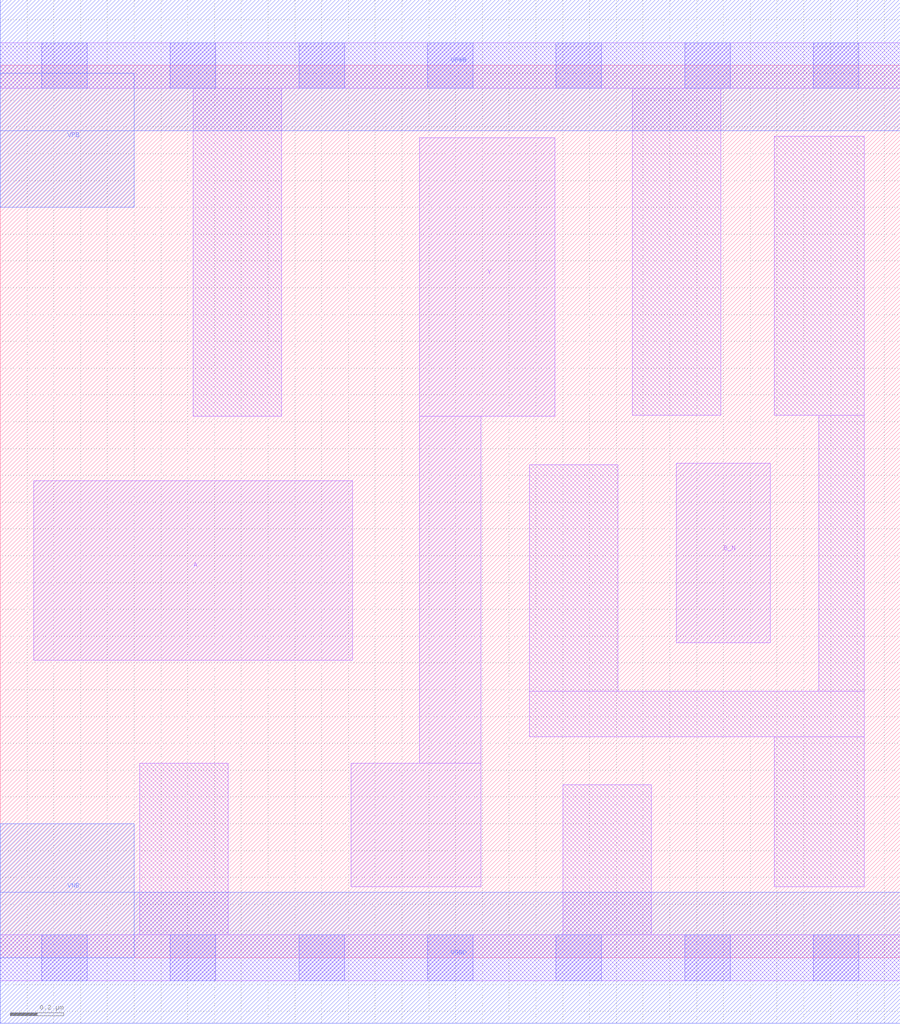
<source format=lef>
# Copyright 2020 The SkyWater PDK Authors
#
# Licensed under the Apache License, Version 2.0 (the "License");
# you may not use this file except in compliance with the License.
# You may obtain a copy of the License at
#
#     https://www.apache.org/licenses/LICENSE-2.0
#
# Unless required by applicable law or agreed to in writing, software
# distributed under the License is distributed on an "AS IS" BASIS,
# WITHOUT WARRANTIES OR CONDITIONS OF ANY KIND, either express or implied.
# See the License for the specific language governing permissions and
# limitations under the License.
#
# SPDX-License-Identifier: Apache-2.0

VERSION 5.5 ;
NAMESCASESENSITIVE ON ;
BUSBITCHARS "[]" ;
DIVIDERCHAR "/" ;
MACRO sky130_fd_sc_lp__nor2b_lp
  CLASS CORE ;
  SOURCE USER ;
  ORIGIN  0.000000  0.000000 ;
  SIZE  3.360000 BY  3.330000 ;
  SYMMETRY X Y R90 ;
  SITE unit ;
  PIN A
    ANTENNAGATEAREA  0.376000 ;
    DIRECTION INPUT ;
    USE SIGNAL ;
    PORT
      LAYER li1 ;
        RECT 0.125000 1.110000 1.315000 1.780000 ;
    END
  END A
  PIN B_N
    ANTENNAGATEAREA  0.376000 ;
    DIRECTION INPUT ;
    USE SIGNAL ;
    PORT
      LAYER li1 ;
        RECT 2.525000 1.175000 2.875000 1.845000 ;
    END
  END B_N
  PIN Y
    ANTENNADIFFAREA  0.402600 ;
    DIRECTION OUTPUT ;
    USE SIGNAL ;
    PORT
      LAYER li1 ;
        RECT 1.310000 0.265000 1.795000 0.725000 ;
        RECT 1.565000 0.725000 1.795000 2.020000 ;
        RECT 1.565000 2.020000 2.070000 3.060000 ;
    END
  END Y
  PIN VGND
    DIRECTION INOUT ;
    USE GROUND ;
    PORT
      LAYER met1 ;
        RECT 0.000000 -0.245000 3.360000 0.245000 ;
    END
  END VGND
  PIN VNB
    DIRECTION INOUT ;
    USE GROUND ;
    PORT
      LAYER met1 ;
        RECT 0.000000 0.000000 0.500000 0.500000 ;
    END
  END VNB
  PIN VPB
    DIRECTION INOUT ;
    USE POWER ;
    PORT
      LAYER met1 ;
        RECT 0.000000 2.800000 0.500000 3.300000 ;
    END
  END VPB
  PIN VPWR
    DIRECTION INOUT ;
    USE POWER ;
    PORT
      LAYER met1 ;
        RECT 0.000000 3.085000 3.360000 3.575000 ;
    END
  END VPWR
  OBS
    LAYER li1 ;
      RECT 0.000000 -0.085000 3.360000 0.085000 ;
      RECT 0.000000  3.245000 3.360000 3.415000 ;
      RECT 0.520000  0.085000 0.850000 0.725000 ;
      RECT 0.720000  2.020000 1.050000 3.245000 ;
      RECT 1.975000  0.825000 3.225000 0.995000 ;
      RECT 1.975000  0.995000 2.305000 1.840000 ;
      RECT 2.100000  0.085000 2.430000 0.645000 ;
      RECT 2.360000  2.025000 2.690000 3.245000 ;
      RECT 2.890000  0.265000 3.225000 0.825000 ;
      RECT 2.890000  2.025000 3.225000 3.065000 ;
      RECT 3.055000  0.995000 3.225000 2.025000 ;
    LAYER mcon ;
      RECT 0.155000 -0.085000 0.325000 0.085000 ;
      RECT 0.155000  3.245000 0.325000 3.415000 ;
      RECT 0.635000 -0.085000 0.805000 0.085000 ;
      RECT 0.635000  3.245000 0.805000 3.415000 ;
      RECT 1.115000 -0.085000 1.285000 0.085000 ;
      RECT 1.115000  3.245000 1.285000 3.415000 ;
      RECT 1.595000 -0.085000 1.765000 0.085000 ;
      RECT 1.595000  3.245000 1.765000 3.415000 ;
      RECT 2.075000 -0.085000 2.245000 0.085000 ;
      RECT 2.075000  3.245000 2.245000 3.415000 ;
      RECT 2.555000 -0.085000 2.725000 0.085000 ;
      RECT 2.555000  3.245000 2.725000 3.415000 ;
      RECT 3.035000 -0.085000 3.205000 0.085000 ;
      RECT 3.035000  3.245000 3.205000 3.415000 ;
  END
END sky130_fd_sc_lp__nor2b_lp
END LIBRARY

</source>
